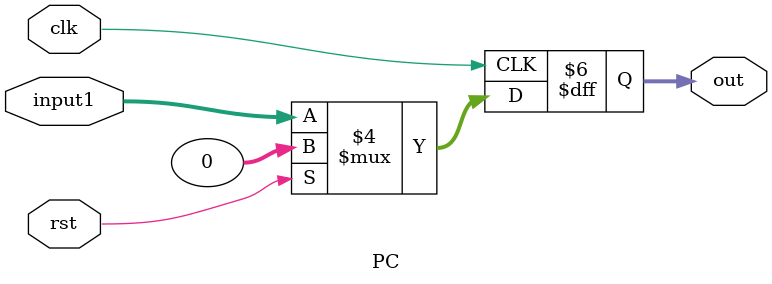
<source format=v>
module PC (clk,rst,input1,out);
    input clk,rst;
    input [31:0] input1;
    output  reg [31:0] out;
    always @(posedge clk)
    begin
        if(rst==1'b1) begin
            out<={32{1'b0}};
        end else begin
            out<= input1;
        end
    end
endmodule
</source>
